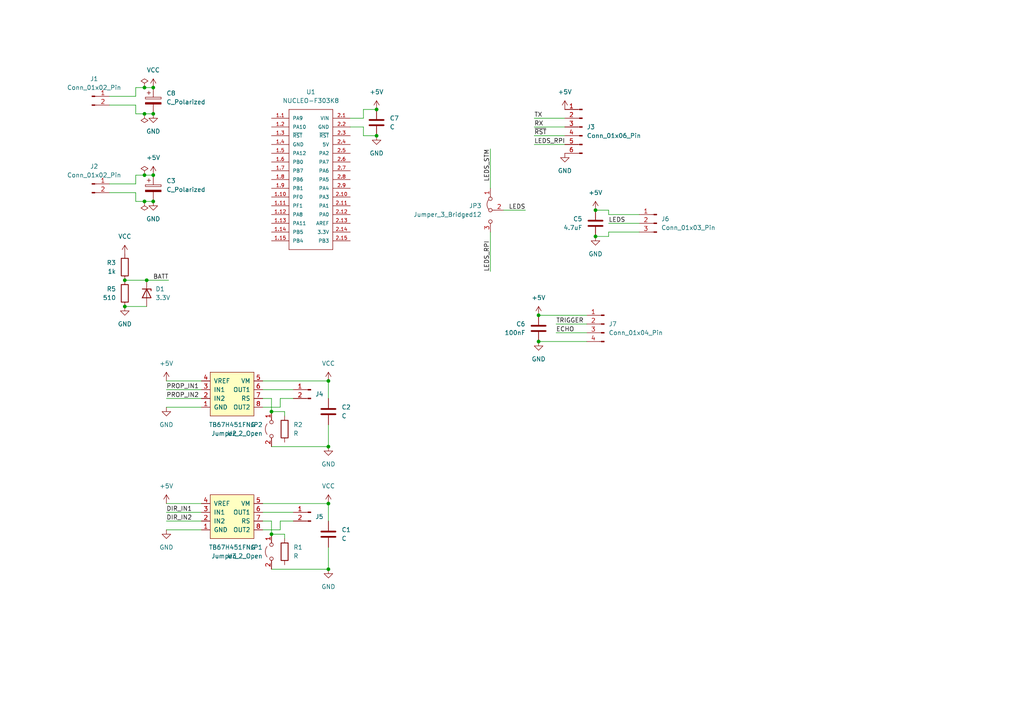
<source format=kicad_sch>
(kicad_sch (version 20230121) (generator eeschema)
  (paper "A4")
  (lib_symbols
    (symbol "ComponentsEvo:NUCLEO-F303K8" (pin_names (offset 1.016))
      (property "Reference" "U" (at -2.54 21.59 0))
      (property "Value" "NUCLEO-F303K8" (at -7.62 -22.86 0))
      (symbol "NUCLEO-F303K8_1_0"
        (polyline (pts (xy -6.35 -20.32) (xy 6.35 -20.32)) (stroke (width 0.1524)))
        (polyline (pts (xy -6.35 20.32) (xy -6.35 -20.32)) (stroke (width 0.1524)))
        (polyline (pts (xy 6.35 -20.32) (xy 6.35 20.32)) (stroke (width 0.1524)))
        (polyline (pts (xy 6.35 20.32) (xy -6.35 20.32)) (stroke (width 0.1524)))
        (pin bidirectional line (at -11.43 17.78 0) (length 5.08) (name "PA9") (number "1.1"))
        (pin bidirectional line (at -11.43 -5.08 0) (length 5.08) (name "PF0") (number "1.10"))
        (pin bidirectional line (at -11.43 -7.62 0) (length 5.08) (name "PF1") (number "1.11"))
        (pin bidirectional line (at -11.43 -10.16 0) (length 5.08) (name "PA8") (number "1.12"))
        (pin bidirectional line (at -11.43 -12.7 0) (length 5.08) (name "PA11") (number "1.13"))
        (pin bidirectional line (at -11.43 -15.24 0) (length 5.08) (name "PB5") (number "1.14"))
        (pin bidirectional line (at -11.43 -17.78 0) (length 5.08) (name "PB4") (number "1.15"))
        (pin bidirectional line (at -11.43 15.24 0) (length 5.08) (name "PA10") (number "1.2"))
        (pin bidirectional line (at -11.43 12.7 0) (length 5.08) (name "~{RST}") (number "1.3"))
        (pin passive line (at -11.43 10.16 0) (length 5.08) (name "GND") (number "1.4"))
        (pin bidirectional line (at -11.43 7.62 0) (length 5.08) (name "PA12") (number "1.5"))
        (pin bidirectional line (at -11.43 5.08 0) (length 5.08) (name "PB0") (number "1.6"))
        (pin bidirectional line (at -11.43 2.54 0) (length 5.08) (name "PB7") (number "1.7"))
        (pin bidirectional line (at -11.43 0 0) (length 5.08) (name "PB6") (number "1.8"))
        (pin bidirectional line (at -11.43 -2.54 0) (length 5.08) (name "PB1") (number "1.9"))
        (pin power_in line (at 11.43 17.78 180) (length 5.08) (name "VIN") (number "2.1"))
        (pin bidirectional line (at 11.43 -5.08 180) (length 5.08) (name "PA3") (number "2.10"))
        (pin bidirectional line (at 11.43 -7.62 180) (length 5.08) (name "PA1") (number "2.11"))
        (pin bidirectional line (at 11.43 -10.16 180) (length 5.08) (name "PA0") (number "2.12"))
        (pin power_out line (at 11.43 -12.7 180) (length 5.08) (name "AREF") (number "2.13"))
        (pin power_out line (at 11.43 -15.24 180) (length 5.08) (name "3.3V") (number "2.14"))
        (pin bidirectional line (at 11.43 -17.78 180) (length 5.08) (name "PB3") (number "2.15"))
        (pin passive line (at 11.43 15.24 180) (length 5.08) (name "GND") (number "2.2"))
        (pin bidirectional line (at 11.43 12.7 180) (length 5.08) (name "~{RST}") (number "2.3"))
        (pin power_out line (at 11.43 10.16 180) (length 5.08) (name "5V") (number "2.4"))
        (pin bidirectional line (at 11.43 7.62 180) (length 5.08) (name "PA2") (number "2.5"))
        (pin bidirectional line (at 11.43 5.08 180) (length 5.08) (name "PA7") (number "2.6"))
        (pin bidirectional line (at 11.43 2.54 180) (length 5.08) (name "PA6") (number "2.7"))
        (pin bidirectional line (at 11.43 0 180) (length 5.08) (name "PA5") (number "2.8"))
        (pin bidirectional line (at 11.43 -2.54 180) (length 5.08) (name "PA4") (number "2.9"))
      )
    )
    (symbol "ComponentsEvo:TB67H451FNG" (pin_names (offset 1.016))
      (property "Reference" "U" (at 0 7.62 0))
      (property "Value" "TB67H451FNG" (at 0 -7.62 0))
      (symbol "TB67H451FNG_0_1"
        (rectangle (start -6.35 6.35) (end 6.35 -6.35) (fill (type background)))
      )
      (symbol "TB67H451FNG_1_1"
        (pin passive line (at -8.89 3.81 0) (length 2.54) (name "GND") (number "1"))
        (pin input line (at -8.89 1.27 0) (length 2.54) (name "IN2") (number "2"))
        (pin input line (at -8.89 -1.27 0) (length 2.54) (name "IN1") (number "3"))
        (pin input line (at -8.89 -3.81 0) (length 2.54) (name "VREF") (number "4"))
        (pin power_in line (at 8.89 -3.81 180) (length 2.54) (name "VM") (number "5"))
        (pin power_out line (at 8.89 -1.27 180) (length 2.54) (name "OUT1") (number "6"))
        (pin input line (at 8.89 1.27 180) (length 2.54) (name "RS") (number "7"))
        (pin power_out line (at 8.89 3.81 180) (length 2.54) (name "OUT2") (number "8"))
      )
    )
    (symbol "Connector:Conn_01x02_Pin" (pin_names (offset 1.016) hide)
      (property "Reference" "J" (at 0 2.54 0))
      (property "Value" "Conn_01x02_Pin" (at 0 -5.08 0))
      (symbol "Conn_01x02_Pin_1_1"
        (polyline (pts (xy 1.27 -2.54) (xy 0.8636 -2.54)) (stroke (width 0.1524)))
        (polyline (pts (xy 1.27 0) (xy 0.8636 0)) (stroke (width 0.1524)))
        (rectangle (start 0.8636 -2.413) (end 0 -2.667) (stroke (width 0.1524)) (fill (type outline)))
        (rectangle (start 0.8636 0.127) (end 0 -0.127) (stroke (width 0.1524)) (fill (type outline)))
        (pin passive line (at 5.08 0 180) (length 3.81) (name "Pin_1") (number "1"))
        (pin passive line (at 5.08 -2.54 180) (length 3.81) (name "Pin_2") (number "2"))
      )
    )
    (symbol "Connector:Conn_01x03_Pin" (pin_names (offset 1.016) hide)
      (property "Reference" "J" (at 0 5.08 0))
      (property "Value" "Conn_01x03_Pin" (at 0 -5.08 0))
      (symbol "Conn_01x03_Pin_1_1"
        (polyline (pts (xy 1.27 -2.54) (xy 0.8636 -2.54)) (stroke (width 0.1524)))
        (polyline (pts (xy 1.27 0) (xy 0.8636 0)) (stroke (width 0.1524)))
        (polyline (pts (xy 1.27 2.54) (xy 0.8636 2.54)) (stroke (width 0.1524)))
        (rectangle (start 0.8636 -2.413) (end 0 -2.667) (stroke (width 0.1524)) (fill (type outline)))
        (rectangle (start 0.8636 0.127) (end 0 -0.127) (stroke (width 0.1524)) (fill (type outline)))
        (rectangle (start 0.8636 2.667) (end 0 2.413) (stroke (width 0.1524)) (fill (type outline)))
        (pin passive line (at 5.08 2.54 180) (length 3.81) (name "Pin_1") (number "1"))
        (pin passive line (at 5.08 0 180) (length 3.81) (name "Pin_2") (number "2"))
        (pin passive line (at 5.08 -2.54 180) (length 3.81) (name "Pin_3") (number "3"))
      )
    )
    (symbol "Connector:Conn_01x04_Pin" (pin_names (offset 1.016) hide)
      (property "Reference" "J" (at 0 5.08 0))
      (property "Value" "Conn_01x04_Pin" (at 0 -7.62 0))
      (symbol "Conn_01x04_Pin_1_1"
        (polyline (pts (xy 1.27 -5.08) (xy 0.8636 -5.08)) (stroke (width 0.1524)))
        (polyline (pts (xy 1.27 -2.54) (xy 0.8636 -2.54)) (stroke (width 0.1524)))
        (polyline (pts (xy 1.27 0) (xy 0.8636 0)) (stroke (width 0.1524)))
        (polyline (pts (xy 1.27 2.54) (xy 0.8636 2.54)) (stroke (width 0.1524)))
        (rectangle (start 0.8636 -4.953) (end 0 -5.207) (stroke (width 0.1524)) (fill (type outline)))
        (rectangle (start 0.8636 -2.413) (end 0 -2.667) (stroke (width 0.1524)) (fill (type outline)))
        (rectangle (start 0.8636 0.127) (end 0 -0.127) (stroke (width 0.1524)) (fill (type outline)))
        (rectangle (start 0.8636 2.667) (end 0 2.413) (stroke (width 0.1524)) (fill (type outline)))
        (pin passive line (at 5.08 2.54 180) (length 3.81) (name "Pin_1") (number "1"))
        (pin passive line (at 5.08 0 180) (length 3.81) (name "Pin_2") (number "2"))
        (pin passive line (at 5.08 -2.54 180) (length 3.81) (name "Pin_3") (number "3"))
        (pin passive line (at 5.08 -5.08 180) (length 3.81) (name "Pin_4") (number "4"))
      )
    )
    (symbol "Connector:Conn_01x06_Pin" (pin_names (offset 1.016) hide)
      (property "Reference" "J" (at 0 7.62 0))
      (property "Value" "Conn_01x06_Pin" (at 0 -10.16 0))
      (symbol "Conn_01x06_Pin_1_1"
        (polyline (pts (xy 1.27 -7.62) (xy 0.8636 -7.62)) (stroke (width 0.1524)))
        (polyline (pts (xy 1.27 -5.08) (xy 0.8636 -5.08)) (stroke (width 0.1524)))
        (polyline (pts (xy 1.27 -2.54) (xy 0.8636 -2.54)) (stroke (width 0.1524)))
        (polyline (pts (xy 1.27 0) (xy 0.8636 0)) (stroke (width 0.1524)))
        (polyline (pts (xy 1.27 2.54) (xy 0.8636 2.54)) (stroke (width 0.1524)))
        (polyline (pts (xy 1.27 5.08) (xy 0.8636 5.08)) (stroke (width 0.1524)))
        (rectangle (start 0.8636 -7.493) (end 0 -7.747) (stroke (width 0.1524)) (fill (type outline)))
        (rectangle (start 0.8636 -4.953) (end 0 -5.207) (stroke (width 0.1524)) (fill (type outline)))
        (rectangle (start 0.8636 -2.413) (end 0 -2.667) (stroke (width 0.1524)) (fill (type outline)))
        (rectangle (start 0.8636 0.127) (end 0 -0.127) (stroke (width 0.1524)) (fill (type outline)))
        (rectangle (start 0.8636 2.667) (end 0 2.413) (stroke (width 0.1524)) (fill (type outline)))
        (rectangle (start 0.8636 5.207) (end 0 4.953) (stroke (width 0.1524)) (fill (type outline)))
        (pin passive line (at 5.08 5.08 180) (length 3.81) (name "Pin_1") (number "1"))
        (pin passive line (at 5.08 2.54 180) (length 3.81) (name "Pin_2") (number "2"))
        (pin passive line (at 5.08 0 180) (length 3.81) (name "Pin_3") (number "3"))
        (pin passive line (at 5.08 -2.54 180) (length 3.81) (name "Pin_4") (number "4"))
        (pin passive line (at 5.08 -5.08 180) (length 3.81) (name "Pin_5") (number "5"))
        (pin passive line (at 5.08 -7.62 180) (length 3.81) (name "Pin_6") (number "6"))
      )
    )
    (symbol "Device:C" (pin_numbers hide) (pin_names (offset 0.254))
      (property "Reference" "C" (at 0.635 2.54 0))
      (property "Value" "C" (at 0.635 -2.54 0))
      (symbol "C_0_1"
        (polyline (pts (xy -2.032 -0.762) (xy 2.032 -0.762)) (stroke (width 0.508)))
        (polyline (pts (xy -2.032 0.762) (xy 2.032 0.762)) (stroke (width 0.508)))
      )
      (symbol "C_1_1"
        (pin passive line (at 0 3.81 270) (length 2.794) (name "~") (number "1"))
        (pin passive line (at 0 -3.81 90) (length 2.794) (name "~") (number "2"))
      )
    )
    (symbol "Device:C_Polarized" (pin_numbers hide) (pin_names (offset 0.254))
      (property "Reference" "C" (at 0.635 2.54 0))
      (property "Value" "C_Polarized" (at 0.635 -2.54 0))
      (symbol "C_Polarized_0_1"
        (rectangle (start -2.286 0.508) (end 2.286 1.016))
        (polyline (pts (xy -1.778 2.286) (xy -0.762 2.286)))
        (polyline (pts (xy -1.27 2.794) (xy -1.27 1.778)))
        (rectangle (start 2.286 -0.508) (end -2.286 -1.016) (fill (type outline)))
      )
      (symbol "C_Polarized_1_1"
        (pin passive line (at 0 3.81 270) (length 2.794) (name "~") (number "1"))
        (pin passive line (at 0 -3.81 90) (length 2.794) (name "~") (number "2"))
      )
    )
    (symbol "Device:D_Zener" (pin_numbers hide) (pin_names (offset 1.016) hide)
      (property "Reference" "D" (at 0 2.54 0))
      (property "Value" "D_Zener" (at 0 -2.54 0))
      (symbol "D_Zener_0_1"
        (polyline (pts (xy 1.27 0) (xy -1.27 0)))
        (polyline (pts (xy -1.27 -1.27) (xy -1.27 1.27) (xy -0.762 1.27)) (stroke (width 0.254)))
        (polyline (pts (xy 1.27 -1.27) (xy 1.27 1.27) (xy -1.27 0) (xy 1.27 -1.27)) (stroke (width 0.254)))
      )
      (symbol "D_Zener_1_1"
        (pin passive line (at -3.81 0 0) (length 2.54) (name "K") (number "1"))
        (pin passive line (at 3.81 0 180) (length 2.54) (name "A") (number "2"))
      )
    )
    (symbol "Device:R" (pin_numbers hide) (pin_names (offset 0))
      (property "Reference" "R" (at 2.032 0 90))
      (property "Value" "R" (at 0 0 90))
      (symbol "R_0_1"
        (rectangle (start -1.016 -2.54) (end 1.016 2.54) (stroke (width 0.254)))
      )
      (symbol "R_1_1"
        (pin passive line (at 0 3.81 270) (length 1.27) (name "~") (number "1"))
        (pin passive line (at 0 -3.81 90) (length 1.27) (name "~") (number "2"))
      )
    )
    (symbol "Jumper:Jumper_2_Open" (pin_names (offset 0) hide)
      (property "Reference" "JP" (at 0 2.794 0))
      (property "Value" "Jumper_2_Open" (at 0 -2.286 0))
      (symbol "Jumper_2_Open_0_0"
        (circle (center -2.032 0) (radius 0.508))
        (circle (center 2.032 0) (radius 0.508))
      )
      (symbol "Jumper_2_Open_0_1"
        (arc (start 1.524 1.27) (mid 0 1.778) (end -1.524 1.27))
      )
      (symbol "Jumper_2_Open_1_1"
        (pin passive line (at -5.08 0 0) (length 2.54) (name "A") (number "1"))
        (pin passive line (at 5.08 0 180) (length 2.54) (name "B") (number "2"))
      )
    )
    (symbol "Jumper:Jumper_3_Bridged12" (pin_names (offset 0) hide)
      (property "Reference" "JP" (at -2.54 -2.54 0))
      (property "Value" "Jumper_3_Bridged12" (at 0 2.794 0))
      (symbol "Jumper_3_Bridged12_0_0"
        (circle (center -3.302 0) (radius 0.508))
        (circle (center 0 0) (radius 0.508))
        (circle (center 3.302 0) (radius 0.508))
      )
      (symbol "Jumper_3_Bridged12_0_1"
        (arc (start -0.254 0.508) (mid -1.651 0.9912) (end -3.048 0.508))
        (polyline (pts (xy 0 -1.27) (xy 0 -0.508)))
      )
      (symbol "Jumper_3_Bridged12_1_1"
        (pin passive line (at -6.35 0 0) (length 2.54) (name "A") (number "1"))
        (pin passive line (at 0 -3.81 90) (length 2.54) (name "C") (number "2"))
        (pin passive line (at 6.35 0 180) (length 2.54) (name "B") (number "3"))
      )
    )
    (symbol "power:+5V" (power) (pin_names (offset 0))
      (property "Value" "+5V" (at 0 3.556 0))
      (symbol "+5V_0_1"
        (polyline (pts (xy -0.762 1.27) (xy 0 2.54)))
        (polyline (pts (xy 0 0) (xy 0 2.54)))
        (polyline (pts (xy 0 2.54) (xy 0.762 1.27)))
      )
      (symbol "+5V_1_1"
        (pin power_in line (at 0 0 90) (length 0) hide (name "+5V") (number "1"))
      )
    )
    (symbol "power:GND" (power) (pin_names (offset 0))
      (property "Value" "GND" (at 0 -3.81 0))
      (symbol "GND_0_1"
        (polyline (pts (xy 0 0) (xy 0 -1.27) (xy 1.27 -1.27) (xy 0 -2.54) (xy -1.27 -1.27) (xy 0 -1.27)))
      )
      (symbol "GND_1_1"
        (pin power_in line (at 0 0 270) (length 0) hide (name "GND") (number "1"))
      )
    )
    (symbol "power:PWR_FLAG" (power) (pin_numbers hide) (pin_names (offset 0) hide)
      (property "Value" "PWR_FLAG" (at 0 3.81 0))
      (symbol "PWR_FLAG_0_0"
        (pin power_out line (at 0 0 90) (length 0) (name "pwr") (number "1"))
      )
      (symbol "PWR_FLAG_0_1"
        (polyline (pts (xy 0 0) (xy 0 1.27) (xy -1.016 1.905) (xy 0 2.54) (xy 1.016 1.905) (xy 0 1.27)))
      )
    )
    (symbol "power:VCC" (power) (pin_names (offset 0))
      (property "Value" "VCC" (at 0 3.81 0))
      (symbol "VCC_0_1"
        (polyline (pts (xy -0.762 1.27) (xy 0 2.54)))
        (polyline (pts (xy 0 0) (xy 0 2.54)))
        (polyline (pts (xy 0 2.54) (xy 0.762 1.27)))
      )
      (symbol "VCC_1_1"
        (pin power_in line (at 0 0 90) (length 0) hide (name "VCC") (number "1"))
      )
    )
  )
  (junction (at 172.72 60.96))
  (junction (at 95.25 165.1))
  (junction (at 156.21 99.06))
  (junction (at 78.74 119.38))
  (junction (at 41.91 50.8))
  (junction (at 109.22 39.37))
  (junction (at 109.22 31.75))
  (junction (at 42.545 81.28))
  (junction (at 78.74 154.94))
  (junction (at 95.25 110.49))
  (junction (at 95.25 129.54))
  (junction (at 44.45 58.42))
  (junction (at 44.45 25.4))
  (junction (at 156.21 91.44))
  (junction (at 44.45 33.02))
  (junction (at 36.195 88.9))
  (junction (at 41.91 25.4))
  (junction (at 172.72 68.58))
  (junction (at 41.91 33.02))
  (junction (at 95.25 146.05))
  (junction (at 36.195 81.28))
  (junction (at 44.45 50.8))
  (junction (at 41.91 58.42))
  (wire (pts (xy 39.37 53.34) (xy 39.37 50.8)))
  (wire (pts (xy 176.53 64.77) (xy 185.42 64.77)))
  (wire (pts (xy 82.55 119.38) (xy 82.55 120.65)))
  (wire (pts (xy 176.53 68.58) (xy 176.53 67.31)))
  (wire (pts (xy 39.37 55.88) (xy 31.75 55.88)))
  (wire (pts (xy 78.74 115.57) (xy 78.74 119.38)))
  (wire (pts (xy 39.37 33.02) (xy 41.91 33.02)))
  (wire (pts (xy 36.195 81.28) (xy 42.545 81.28)))
  (wire (pts (xy 172.72 68.58) (xy 176.53 68.58)))
  (wire (pts (xy 154.94 36.83) (xy 163.83 36.83)))
  (wire (pts (xy 41.91 25.4) (xy 44.45 25.4)))
  (wire (pts (xy 76.2 153.67) (xy 81.28 153.67)))
  (wire (pts (xy 76.2 113.03) (xy 85.09 113.03)))
  (wire (pts (xy 142.24 67.31) (xy 142.24 78.74)))
  (wire (pts (xy 48.26 113.03) (xy 58.42 113.03)))
  (wire (pts (xy 95.25 110.49) (xy 95.25 115.57)))
  (wire (pts (xy 176.53 62.23) (xy 176.53 60.96)))
  (wire (pts (xy 81.28 151.13) (xy 85.09 151.13)))
  (wire (pts (xy 78.74 129.54) (xy 95.25 129.54)))
  (wire (pts (xy 48.26 153.67) (xy 58.42 153.67)))
  (wire (pts (xy 161.29 96.52) (xy 170.18 96.52)))
  (wire (pts (xy 105.41 39.37) (xy 109.22 39.37)))
  (wire (pts (xy 161.29 93.98) (xy 170.18 93.98)))
  (wire (pts (xy 42.545 81.28) (xy 48.895 81.28)))
  (wire (pts (xy 154.94 34.29) (xy 163.83 34.29)))
  (wire (pts (xy 105.41 36.83) (xy 105.41 39.37)))
  (wire (pts (xy 76.2 118.11) (xy 81.28 118.11)))
  (wire (pts (xy 78.74 154.94) (xy 82.55 154.94)))
  (wire (pts (xy 39.37 58.42) (xy 39.37 55.88)))
  (wire (pts (xy 36.195 88.9) (xy 42.545 88.9)))
  (wire (pts (xy 154.94 41.91) (xy 163.83 41.91)))
  (wire (pts (xy 78.74 165.1) (xy 95.25 165.1)))
  (wire (pts (xy 156.21 91.44) (xy 170.18 91.44)))
  (wire (pts (xy 76.2 115.57) (xy 78.74 115.57)))
  (wire (pts (xy 41.91 33.02) (xy 44.45 33.02)))
  (wire (pts (xy 81.28 115.57) (xy 85.09 115.57)))
  (wire (pts (xy 185.42 62.23) (xy 176.53 62.23)))
  (wire (pts (xy 176.53 67.31) (xy 185.42 67.31)))
  (wire (pts (xy 142.24 43.18) (xy 142.24 54.61)))
  (wire (pts (xy 41.91 50.8) (xy 44.45 50.8)))
  (wire (pts (xy 146.05 60.96) (xy 152.4 60.96)))
  (wire (pts (xy 101.6 36.83) (xy 105.41 36.83)))
  (wire (pts (xy 39.37 30.48) (xy 39.37 33.02)))
  (wire (pts (xy 105.41 34.29) (xy 105.41 31.75)))
  (wire (pts (xy 95.25 146.05) (xy 95.25 151.13)))
  (wire (pts (xy 31.75 27.94) (xy 39.37 27.94)))
  (wire (pts (xy 156.21 99.06) (xy 170.18 99.06)))
  (wire (pts (xy 39.37 27.94) (xy 39.37 25.4)))
  (wire (pts (xy 101.6 34.29) (xy 105.41 34.29)))
  (wire (pts (xy 78.74 151.13) (xy 78.74 154.94)))
  (wire (pts (xy 44.45 58.42) (xy 41.91 58.42)))
  (wire (pts (xy 78.74 119.38) (xy 82.55 119.38)))
  (wire (pts (xy 154.94 39.37) (xy 163.83 39.37)))
  (wire (pts (xy 176.53 60.96) (xy 172.72 60.96)))
  (wire (pts (xy 95.25 165.1) (xy 95.25 158.75)))
  (wire (pts (xy 41.91 58.42) (xy 39.37 58.42)))
  (wire (pts (xy 48.26 148.59) (xy 58.42 148.59)))
  (wire (pts (xy 48.26 151.13) (xy 58.42 151.13)))
  (wire (pts (xy 31.75 30.48) (xy 39.37 30.48)))
  (wire (pts (xy 76.2 148.59) (xy 85.09 148.59)))
  (wire (pts (xy 31.75 53.34) (xy 39.37 53.34)))
  (wire (pts (xy 81.28 118.11) (xy 81.28 115.57)))
  (wire (pts (xy 76.2 151.13) (xy 78.74 151.13)))
  (wire (pts (xy 48.26 118.11) (xy 58.42 118.11)))
  (wire (pts (xy 39.37 50.8) (xy 41.91 50.8)))
  (wire (pts (xy 81.28 153.67) (xy 81.28 151.13)))
  (wire (pts (xy 41.91 25.4) (xy 39.37 25.4)))
  (wire (pts (xy 76.2 110.49) (xy 95.25 110.49)))
  (wire (pts (xy 48.26 146.05) (xy 58.42 146.05)))
  (wire (pts (xy 95.25 129.54) (xy 95.25 123.19)))
  (wire (pts (xy 48.26 110.49) (xy 58.42 110.49)))
  (wire (pts (xy 48.26 115.57) (xy 58.42 115.57)))
  (wire (pts (xy 76.2 146.05) (xy 95.25 146.05)))
  (wire (pts (xy 82.55 154.94) (xy 82.55 156.21)))
  (wire (pts (xy 105.41 31.75) (xy 109.22 31.75)))
  (label "TRIGGER" (at 161.29 93.98 0))
  (label "LEDS_RPI" (at 154.94 41.91 0))
  (label "LEDS" (at 152.4 60.96 180))
  (label "ECHO" (at 161.29 96.52 0))
  (label "DIR_IN1" (at 48.26 148.59 0))
  (label "BATT" (at 48.895 81.28 180))
  (label "DIR_IN2" (at 48.26 151.13 0))
  (label "LEDS_RPI" (at 142.24 78.74 90))
  (label "TX" (at 154.94 34.29 0))
  (label "PROP_IN1" (at 48.26 113.03 0))
  (label "~{RST}" (at 154.94 39.37 0))
  (label "PROP_IN2" (at 48.26 115.57 0))
  (label "LEDS_STM" (at 142.24 43.18 270))
  (label "RX" (at 154.94 36.83 0))
  (label "LEDS" (at 176.53 64.77 0))
  (symbol (lib_id "power:PWR_FLAG") (at 41.91 25.4 0) (unit 1)
    (property "Reference" "#FLG01" (effects hide))
    (property "Value" "PWR_FLAG" (effects hide))
  )
  (symbol (lib_id "power:PWR_FLAG") (at 41.91 33.02 180) (unit 1)
    (property "Reference" "#FLG02" (effects hide))
    (property "Value" "PWR_FLAG" (effects hide))
  )
  (symbol (lib_id "power:GND") (at 36.195 88.9 0) (unit 1)
    (property "Reference" "#PWR020" (effects hide))
    (property "Value" "GND" (at 36.195 93.98 0))
  )
  (symbol (lib_id "Jumper:Jumper_2_Open") (at 78.74 124.46 90) (mirror x) (unit 1)
    (property "Reference" "JP2" (at 76.2 123.19 90) (effects (justify left)))
    (property "Value" "Jumper_2_Open" (at 76.2 125.73 90) (effects (justify left)))
  )
  (symbol (lib_id "power:GND") (at 172.72 68.58 0) (unit 1)
    (property "Reference" "#PWR07" (effects hide))
    (property "Value" "GND" (at 172.72 73.66 0))
  )
  (symbol (lib_id "Connector:Conn_01x02_Pin") (at 26.67 27.94 0) (unit 1)
    (property "Reference" "J1" (at 27.305 22.86 0))
    (property "Value" "Conn_01x02_Pin" (at 27.305 25.4 0))
  )
  (symbol (lib_id "Connector:Conn_01x02_Pin") (at 90.17 148.59 0) (mirror y) (unit 1)
    (property "Reference" "J5" (at 91.44 149.86 0) (effects (justify right)))
    (property "Value" "Conn_01x02_Pin" (effects hide))
  )
  (symbol (lib_id "power:VCC") (at 95.25 146.05 0) (unit 1)
    (property "Reference" "#PWR017" (effects hide))
    (property "Value" "VCC" (at 95.25 140.97 0))
  )
  (symbol (lib_id "power:+5V") (at 156.21 91.44 0) (unit 1)
    (property "Reference" "#PWR09" (effects hide))
    (property "Value" "+5V" (at 156.21 86.36 0))
  )
  (symbol (lib_id "Jumper:Jumper_3_Bridged12") (at 142.24 60.96 90) (mirror x) (unit 1)
    (property "Reference" "JP3" (at 139.7 59.69 90) (effects (justify left)))
    (property "Value" "Jumper_3_Bridged12" (at 139.7 62.23 90) (effects (justify left)))
  )
  (symbol (lib_id "power:GND") (at 48.26 153.67 0) (unit 1)
    (property "Reference" "#PWR016" (effects hide))
    (property "Value" "GND" (at 48.26 158.75 0))
  )
  (symbol (lib_id "power:GND") (at 95.25 165.1 0) (unit 1)
    (property "Reference" "#PWR018" (effects hide))
    (property "Value" "GND" (at 95.25 170.18 0))
  )
  (symbol (lib_id "power:VCC") (at 95.25 110.49 0) (unit 1)
    (property "Reference" "#PWR015" (effects hide))
    (property "Value" "VCC" (at 95.25 105.41 0))
  )
  (symbol (lib_id "power:GND") (at 156.21 99.06 0) (unit 1)
    (property "Reference" "#PWR010" (effects hide))
    (property "Value" "GND" (at 156.21 104.14 0))
  )
  (symbol (lib_id "power:+5V") (at 44.45 50.8 0) (unit 1)
    (property "Reference" "#PWR03" (effects hide))
    (property "Value" "+5V" (at 44.45 45.72 0))
  )
  (symbol (lib_id "Device:C") (at 95.25 119.38 0) (unit 1)
    (property "Reference" "C2" (at 99.06 118.11 0) (effects (justify left)))
    (property "Value" "C" (at 99.06 120.65 0) (effects (justify left)))
  )
  (symbol (lib_id "power:GND") (at 48.26 118.11 0) (unit 1)
    (property "Reference" "#PWR013" (effects hide))
    (property "Value" "GND" (at 48.26 123.19 0))
  )
  (symbol (lib_id "Connector:Conn_01x06_Pin") (at 168.91 36.83 0) (mirror y) (unit 1)
    (property "Reference" "J3" (at 170.18 36.83 0) (effects (justify right)))
    (property "Value" "Conn_01x06_Pin" (at 170.18 39.37 0) (effects (justify right)))
  )
  (symbol (lib_id "Device:C") (at 95.25 154.94 0) (unit 1)
    (property "Reference" "C1" (at 99.06 153.67 0) (effects (justify left)))
    (property "Value" "C" (at 99.06 156.21 0) (effects (justify left)))
  )
  (symbol (lib_id "Device:R") (at 82.55 160.02 0) (unit 1)
    (property "Reference" "R1" (at 85.09 158.75 0) (effects (justify left)))
    (property "Value" "R" (at 85.09 161.29 0) (effects (justify left)))
  )
  (symbol (lib_id "Connector:Conn_01x03_Pin") (at 190.5 64.77 0) (mirror y) (unit 1)
    (property "Reference" "J6" (at 191.77 63.5 0) (effects (justify right)))
    (property "Value" "Conn_01x03_Pin" (at 191.77 66.04 0) (effects (justify right)))
  )
  (symbol (lib_id "Device:C_Polarized") (at 44.45 29.21 0) (unit 1)
    (property "Reference" "C8" (at 48.26 27.051 0) (effects (justify left)))
    (property "Value" "C_Polarized" (at 48.26 29.591 0) (effects (justify left)))
  )
  (symbol (lib_id "Device:R") (at 82.55 124.46 0) (unit 1)
    (property "Reference" "R2" (at 85.09 123.19 0) (effects (justify left)))
    (property "Value" "R" (at 85.09 125.73 0) (effects (justify left)))
  )
  (symbol (lib_id "power:+5V") (at 48.26 110.49 0) (unit 1)
    (property "Reference" "#PWR014" (effects hide))
    (property "Value" "+5V" (at 48.26 105.41 0))
  )
  (symbol (lib_id "Jumper:Jumper_2_Open") (at 78.74 160.02 90) (mirror x) (unit 1)
    (property "Reference" "JP1" (at 76.2 158.75 90) (effects (justify left)))
    (property "Value" "Jumper_2_Open" (at 76.2 161.29 90) (effects (justify left)))
  )
  (symbol (lib_id "power:GND") (at 109.22 39.37 0) (unit 1)
    (property "Reference" "#PWR022" (effects hide))
    (property "Value" "GND" (at 109.22 44.45 0))
  )
  (symbol (lib_id "power:GND") (at 44.45 58.42 0) (unit 1)
    (property "Reference" "#PWR04" (effects hide))
    (property "Value" "GND" (at 44.45 63.5 0))
  )
  (symbol (lib_id "power:PWR_FLAG") (at 41.91 58.42 180) (unit 1)
    (property "Reference" "#FLG03" (effects hide))
    (property "Value" "PWR_FLAG" (effects hide))
  )
  (symbol (lib_id "Device:C_Polarized") (at 44.45 54.61 0) (unit 1)
    (property "Reference" "C3" (at 48.26 52.451 0) (effects (justify left)))
    (property "Value" "C_Polarized" (at 48.26 54.991 0) (effects (justify left)))
  )
  (symbol (lib_id "power:VCC") (at 36.195 73.66 0) (unit 1)
    (property "Reference" "#PWR019" (effects hide))
    (property "Value" "VCC" (at 36.195 68.58 0))
  )
  (symbol (lib_id "Device:C") (at 156.21 95.25 0) (mirror y) (unit 1)
    (property "Reference" "C6" (at 152.4 93.98 0) (effects (justify left)))
    (property "Value" "100nF" (at 152.4 96.52 0) (effects (justify left)))
  )
  (symbol (lib_id "power:+5V") (at 109.22 31.75 0) (unit 1)
    (property "Reference" "#PWR021" (effects hide))
    (property "Value" "+5V" (at 109.22 26.67 0))
  )
  (symbol (lib_id "power:GND") (at 163.83 44.45 0) (unit 1)
    (property "Reference" "#PWR05" (effects hide))
    (property "Value" "GND" (at 163.83 49.53 0))
  )
  (symbol (lib_id "power:PWR_FLAG") (at 41.91 50.8 0) (unit 1)
    (property "Reference" "#FLG04" (effects hide))
    (property "Value" "PWR_FLAG" (effects hide))
  )
  (symbol (lib_id "ComponentsEvo:NUCLEO-F303K8") (at 90.17 52.07 0) (unit 1)
    (property "Reference" "U1" (at 90.17 26.67 0))
    (property "Value" "NUCLEO-F303K8" (at 90.17 29.21 0))
    (property "Footprint" "ComponentsEvo:MODULE_NUCLEO-F303K8" (effects hide))
    (property "Datasheet" "ST Microelectronics" (effects hide))
    (property "Field4" "3" (effects hide))
    (property "Field5" "Manufacturer rEcommendation" (effects hide))
  )
  (symbol (lib_id "Device:D_Zener") (at 42.545 85.09 270) (unit 1)
    (property "Reference" "D1" (at 45.085 83.82 90) (effects (justify left)))
    (property "Value" "3.3V" (at 45.085 86.36 90) (effects (justify left)))
  )
  (symbol (lib_id "power:+5V") (at 48.26 146.05 0) (unit 1)
    (property "Reference" "#PWR012" (effects hide))
    (property "Value" "+5V" (at 48.26 140.97 0))
  )
  (symbol (lib_id "ComponentsEvo:TB67H451FNG") (at 67.31 114.3 0) (mirror x) (unit 1)
    (property "Reference" "U2" (at 67.31 125.73 0))
    (property "Value" "TB67H451FNG" (at 67.31 123.19 0))
    (property "Footprint" "ComponentsEvo:HSOP-8-1EP_3.9x4.9mm_P1.27mm_EP2.41x3.1mm_ThermalVias" (effects hide))
  )
  (symbol (lib_id "Device:R") (at 36.195 77.47 0) (mirror y) (unit 1)
    (property "Reference" "R3" (at 33.655 76.2 0) (effects (justify left)))
    (property "Value" "1k" (at 33.655 78.74 0) (effects (justify left)))
  )
  (symbol (lib_id "Device:C") (at 109.22 35.56 0) (unit 1)
    (property "Reference" "C7" (at 113.03 34.29 0) (effects (justify left)))
    (property "Value" "C" (at 113.03 36.83 0) (effects (justify left)))
  )
  (symbol (lib_id "ComponentsEvo:TB67H451FNG") (at 67.31 149.86 0) (mirror x) (unit 1)
    (property "Reference" "U3" (at 67.31 161.29 0))
    (property "Value" "TB67H451FNG" (at 67.31 158.75 0))
    (property "Footprint" "ComponentsEvo:HSOP-8-1EP_3.9x4.9mm_P1.27mm_EP2.41x3.1mm_ThermalVias" (effects hide))
  )
  (symbol (lib_id "Connector:Conn_01x02_Pin") (at 90.17 113.03 0) (mirror y) (unit 1)
    (property "Reference" "J4" (at 91.44 114.3 0) (effects (justify right)))
    (property "Value" "Conn_01x02_Pin" (effects hide))
  )
  (symbol (lib_id "power:+5V") (at 163.83 31.75 0) (unit 1)
    (property "Reference" "#PWR06" (effects hide))
    (property "Value" "+5V" (at 163.83 26.67 0))
  )
  (symbol (lib_id "power:GND") (at 44.45 33.02 0) (unit 1)
    (property "Reference" "#PWR02" (effects hide))
    (property "Value" "GND" (at 44.45 38.1 0))
  )
  (symbol (lib_id "Device:C") (at 172.72 64.77 0) (mirror y) (unit 1)
    (property "Reference" "C5" (at 168.91 63.5 0) (effects (justify left)))
    (property "Value" "4.7uF" (at 168.91 66.04 0) (effects (justify left)))
  )
  (symbol (lib_id "power:GND") (at 95.25 129.54 0) (unit 1)
    (property "Reference" "#PWR011" (effects hide))
    (property "Value" "GND" (at 95.25 134.62 0))
  )
  (symbol (lib_id "Connector:Conn_01x02_Pin") (at 26.67 53.34 0) (unit 1)
    (property "Reference" "J2" (at 27.305 48.26 0))
    (property "Value" "Conn_01x02_Pin" (at 27.305 50.8 0))
  )
  (symbol (lib_id "power:+5V") (at 172.72 60.96 0) (unit 1)
    (property "Reference" "#PWR08" (effects hide))
    (property "Value" "+5V" (at 172.72 55.88 0))
  )
  (symbol (lib_id "Connector:Conn_01x04_Pin") (at 175.26 93.98 0) (mirror y) (unit 1)
    (property "Reference" "J7" (at 176.53 93.98 0) (effects (justify right)))
    (property "Value" "Conn_01x04_Pin" (at 176.53 96.52 0) (effects (justify right)))
  )
  (symbol (lib_id "power:VCC") (at 44.45 25.4 0) (unit 1)
    (property "Reference" "#PWR01" (effects hide))
    (property "Value" "VCC" (at 44.45 20.32 0))
  )
  (symbol (lib_id "Device:R") (at 36.195 85.09 0) (mirror y) (unit 1)
    (property "Reference" "R5" (at 33.655 83.82 0) (effects (justify left)))
    (property "Value" "510" (at 33.655 86.36 0) (effects (justify left)))
  )
)
</source>
